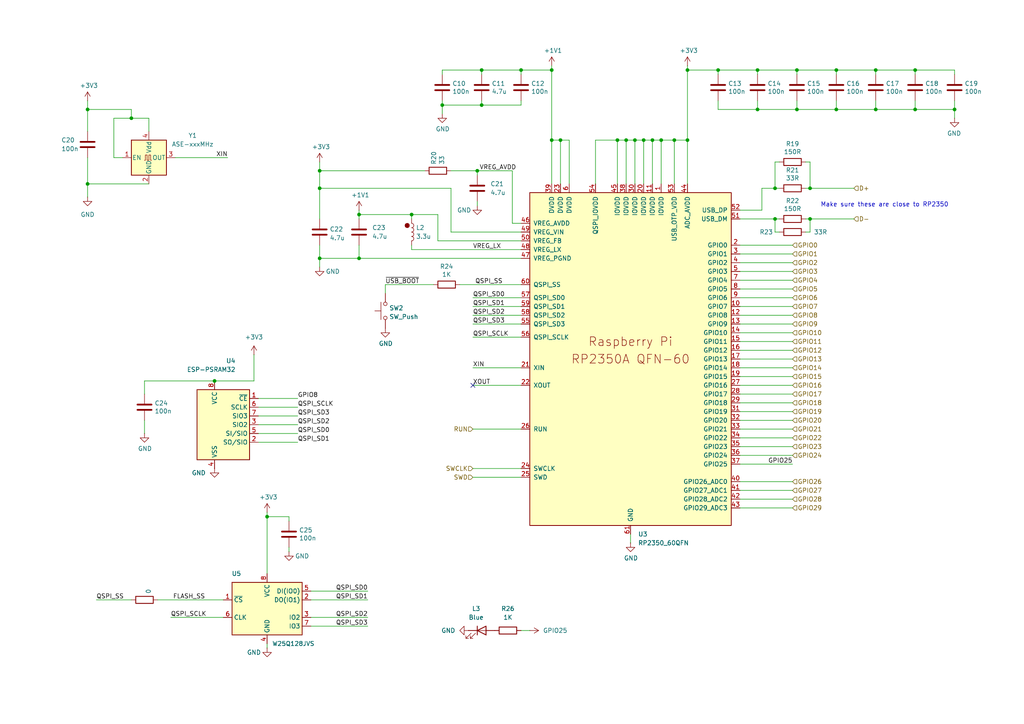
<source format=kicad_sch>
(kicad_sch (version 20250114) (generator "eeschema") (generator_version "9.0")
  (paper "A4")
  (title_block (title "MiniFRANK RM2") (date "2025-03-04") (rev "1.04") (company "Mikhail Matveev") (comment 1 "https://github.com/xtremespb/frank"))
  (lib_symbols
    (symbol "+1V1_1" (power) (pin_numbers (hide yes)) (pin_names (offset 0) (hide yes))
      (property "Value" "+1V1" (at 0 3.556 0))
      (symbol "+1V1_1_0_1"
        (polyline (pts (xy -0.762 1.27) (xy 0 2.54)))
        (polyline (pts (xy 0 2.54) (xy 0.762 1.27)))
        (polyline (pts (xy 0 0) (xy 0 2.54)))
      )
      (symbol "+1V1_1_1_1"
        (pin power_in line (at 0 0 90) (length 0) (name "~") (number "1"))
      )
    )
    (symbol "+3V3_1" (power) (pin_numbers (hide yes)) (pin_names (offset 0) (hide yes))
      (property "Value" "+3V3" (at 0 3.556 0))
      (symbol "+3V3_1_0_1"
        (polyline (pts (xy -0.762 1.27) (xy 0 2.54)))
        (polyline (pts (xy 0 2.54) (xy 0.762 1.27)))
        (polyline (pts (xy 0 0) (xy 0 2.54)))
      )
      (symbol "+3V3_1_1_1"
        (pin power_in line (at 0 0 90) (length 0) (name "~") (number "1"))
      )
    )
    (symbol "+3V3_3" (power) (pin_numbers (hide yes)) (pin_names (offset 0) (hide yes))
      (property "Value" "+3V3" (at 0 3.556 0))
      (symbol "+3V3_3_0_1"
        (polyline (pts (xy -0.762 1.27) (xy 0 2.54)))
        (polyline (pts (xy 0 2.54) (xy 0.762 1.27)))
        (polyline (pts (xy 0 0) (xy 0 2.54)))
      )
      (symbol "+3V3_3_1_1"
        (pin power_in line (at 0 0 90) (length 0) (name "~") (number "1"))
      )
    )
    (symbol "Device:C" (pin_numbers (hide yes)) (pin_names (offset 0.254))
      (property "Reference" "C" (at 0.635 2.54 0))
      (property "Value" "C" (at 0.635 -2.54 0))
      (symbol "C_0_1"
        (polyline (pts (xy -2.032 0.762) (xy 2.032 0.762)) (stroke (width 0.508)))
        (polyline (pts (xy -2.032 -0.762) (xy 2.032 -0.762)) (stroke (width 0.508)))
      )
      (symbol "C_1_1"
        (pin passive line (at 0 3.81 270) (length 2.794) (name "~") (number "1"))
        (pin passive line (at 0 -3.81 90) (length 2.794) (name "~") (number "2"))
      )
    )
    (symbol "Device:L" (pin_numbers (hide yes)) (pin_names (offset 1.016) (hide yes))
      (property "Reference" "L" (at -1.27 0 90))
      (property "Value" "L" (at 1.905 0 90))
      (symbol "L_0_1"
        (arc (start 0 2.54) (mid 0.6323 1.905) (end 0 1.27))
        (arc (start 0 1.27) (mid 0.6323 0.635) (end 0 0))
        (arc (start 0 0) (mid 0.6323 -0.635) (end 0 -1.27))
        (arc (start 0 -1.27) (mid 0.6323 -1.905) (end 0 -2.54))
      )
      (symbol "L_1_1"
        (pin passive line (at 0 3.81 270) (length 1.27) (name "1") (number "1"))
        (pin passive line (at 0 -3.81 90) (length 1.27) (name "2") (number "2"))
      )
    )
    (symbol "Device:LED" (pin_numbers (hide yes)) (pin_names (offset 1.016) (hide yes))
      (property "Reference" "D" (at 0 2.54 0))
      (property "Value" "LED" (at 0 -2.54 0))
      (symbol "LED_0_1"
        (polyline (pts (xy -3.048 -0.762) (xy -4.572 -2.286) (xy -3.81 -2.286) (xy -4.572 -2.286) (xy -4.572 -1.524)))
        (polyline (pts (xy -1.778 -0.762) (xy -3.302 -2.286) (xy -2.54 -2.286) (xy -3.302 -2.286) (xy -3.302 -1.524)))
        (polyline (pts (xy -1.27 0) (xy 1.27 0)))
        (polyline (pts (xy -1.27 -1.27) (xy -1.27 1.27)) (stroke (width 0.254)))
        (polyline (pts (xy 1.27 -1.27) (xy 1.27 1.27) (xy -1.27 0) (xy 1.27 -1.27)) (stroke (width 0.254)))
      )
      (symbol "LED_1_1"
        (pin passive line (at -3.81 0 0) (length 2.54) (name "K") (number "1"))
        (pin passive line (at 3.81 0 180) (length 2.54) (name "A") (number "2"))
      )
    )
    (symbol "Device:R" (pin_numbers (hide yes)) (pin_names (offset 0))
      (property "Reference" "R" (at 2.032 0 90))
      (property "Value" "R" (at 0 0 90))
      (symbol "R_0_1"
        (rectangle (start -1.016 -2.54) (end 1.016 2.54) (stroke (width 0.254)))
      )
      (symbol "R_1_1"
        (pin passive line (at 0 3.81 270) (length 1.27) (name "~") (number "1"))
        (pin passive line (at 0 -3.81 90) (length 1.27) (name "~") (number "2"))
      )
    )
    (symbol "FRANK:ESP-PSRAM32"
      (property "Reference" "PSR1" (at -8.89 1.2701 0))
      (property "Value" "PSRAM" (at -8.89 -1.2699 0))
      (symbol "ESP-PSRAM32_0_1"
        (rectangle (start -7.62 10.16) (end 7.62 -10.16) (stroke (width 0.254)) (fill (type background)))
      )
      (symbol "ESP-PSRAM32_1_1"
        (pin power_in line (at -2.54 12.7 270) (length 2.54) (name "VCC") (number "8"))
        (pin power_in line (at -2.54 -12.7 90) (length 2.54) (name "VSS") (number "4"))
        (pin input line (at 10.16 7.62 180) (length 2.54) (name "~{CE}") (number "1"))
        (pin output line (at 10.16 5.08 180) (length 2.54) (name "SCLK") (number "6"))
        (pin bidirectional line (at 10.16 2.54 180) (length 2.54) (name "SIO3") (number "7"))
        (pin bidirectional line (at 10.16 0 180) (length 2.54) (name "SIO2") (number "3"))
        (pin input line (at 10.16 -2.54 180) (length 2.54) (name "SI/SIO") (number "5"))
        (pin output line (at 10.16 -5.08 180) (length 2.54) (name "SO/SIO") (number "2"))
      )
    )
    (symbol "FRANK:RP2350A" (pin_names (offset 1.016))
      (property "Reference" "U2" (at 2.1941 -50.8 0))
      (property "Value" "RP2350A" (at 2.1941 -53.34 0))
      (symbol "RP2350A_0_0"
        (text "Raspberry Pi" (at 0 5.08 0) (effects (font (size 2.54 2.54))))
      )
      (symbol "RP2350A_0_1"
        (rectangle (start 29.21 48.26) (end -29.21 -48.26) (stroke (width 0.254)) (fill (type background)))
      )
      (symbol "RP2350A_1_0"
        (text "RP2350A QFN-60" (at 0 0 0) (effects (font (size 2.54 2.54))))
      )
      (symbol "RP2350A_1_1"
        (pin power_in line (at -31.75 39.37 0) (length 2.54) (name "VREG_AVDD") (number "46"))
        (pin power_in line (at -31.75 36.83 0) (length 2.54) (name "VREG_VIN") (number "49"))
        (pin input line (at -31.75 34.29 0) (length 2.54) (name "VREG_FB") (number "50"))
        (pin power_out line (at -31.75 31.75 0) (length 2.54) (name "VREG_LX") (number "48"))
        (pin power_in line (at -31.75 29.21 0) (length 2.54) (name "VREG_PGND") (number "47"))
        (pin bidirectional line (at -31.75 21.59 0) (length 2.54) (name "QSPI_SS") (number "60"))
        (pin bidirectional line (at -31.75 17.78 0) (length 2.54) (name "QSPI_SD0") (number "57"))
        (pin bidirectional line (at -31.75 15.24 0) (length 2.54) (name "QSPI_SD1") (number "59"))
        (pin bidirectional line (at -31.75 12.7 0) (length 2.54) (name "QSPI_SD2") (number "58"))
        (pin bidirectional line (at -31.75 10.16 0) (length 2.54) (name "QSPI_SD3") (number "55"))
        (pin output line (at -31.75 6.35 0) (length 2.54) (name "QSPI_SCLK") (number "56"))
        (pin input line (at -31.75 -2.54 0) (length 2.54) (name "XIN") (number "21"))
        (pin passive line (at -31.75 -7.62 0) (length 2.54) (name "XOUT") (number "22"))
        (pin input line (at -31.75 -20.32 0) (length 2.54) (name "RUN") (number "26"))
        (pin output line (at -31.75 -31.75 0) (length 2.54) (name "SWCLK") (number "24"))
        (pin bidirectional line (at -31.75 -34.29 0) (length 2.54) (name "SWD") (number "25"))
        (pin power_in line (at -22.86 50.8 270) (length 2.54) (name "DVDD") (number "39"))
        (pin power_in line (at -20.32 50.8 270) (length 2.54) (name "DVDD") (number "23"))
        (pin power_in line (at -17.78 50.8 270) (length 2.54) (name "DVDD") (number "6"))
        (pin power_in line (at -10.16 50.8 270) (length 2.54) (name "QSPI_IOVDD") (number "54"))
        (pin power_in line (at -3.81 50.8 270) (length 2.54) (name "IOVDD") (number "45"))
        (pin power_in line (at -1.27 50.8 270) (length 2.54) (name "IOVDD") (number "38"))
        (pin power_in line (at 0 -50.8 90) (length 2.54) (name "GND") (number "61"))
        (pin power_in line (at 1.27 50.8 270) (length 2.54) (name "IOVDD") (number "30"))
        (pin power_in line (at 3.81 50.8 270) (length 2.54) (name "IOVDD") (number "20"))
        (pin power_in line (at 6.35 50.8 270) (length 2.54) (name "IOVDD") (number "11"))
        (pin power_in line (at 8.89 50.8 270) (length 2.54) (name "IOVDD") (number "1"))
        (pin power_in line (at 12.7 50.8 270) (length 2.54) (name "USB_OTP_VDD") (number "53"))
        (pin power_in line (at 16.51 50.8 270) (length 2.54) (name "ADC_AVDD") (number "44"))
        (pin bidirectional line (at 31.75 43.18 180) (length 2.54) (name "USB_DP") (number "52"))
        (pin bidirectional line (at 31.75 40.64 180) (length 2.54) (name "USB_DM") (number "51"))
        (pin bidirectional line (at 31.75 33.02 180) (length 2.54) (name "GPIO0") (number "2"))
        (pin bidirectional line (at 31.75 30.48 180) (length 2.54) (name "GPIO1") (number "3"))
        (pin bidirectional line (at 31.75 27.94 180) (length 2.54) (name "GPIO2") (number "4"))
        (pin bidirectional line (at 31.75 25.4 180) (length 2.54) (name "GPIO3") (number "5"))
        (pin bidirectional line (at 31.75 22.86 180) (length 2.54) (name "GPIO4") (number "7"))
        (pin bidirectional line (at 31.75 20.32 180) (length 2.54) (name "GPIO5") (number "8"))
        (pin bidirectional line (at 31.75 17.78 180) (length 2.54) (name "GPIO6") (number "9"))
        (pin bidirectional line (at 31.75 15.24 180) (length 2.54) (name "GPIO7") (number "10"))
        (pin bidirectional line (at 31.75 12.7 180) (length 2.54) (name "GPIO8") (number "12"))
        (pin bidirectional line (at 31.75 10.16 180) (length 2.54) (name "GPIO9") (number "13"))
        (pin bidirectional line (at 31.75 7.62 180) (length 2.54) (name "GPIO10") (number "14"))
        (pin bidirectional line (at 31.75 5.08 180) (length 2.54) (name "GPIO11") (number "15"))
        (pin bidirectional line (at 31.75 2.54 180) (length 2.54) (name "GPIO12") (number "16"))
        (pin bidirectional line (at 31.75 0 180) (length 2.54) (name "GPIO13") (number "17"))
        (pin bidirectional line (at 31.75 -2.54 180) (length 2.54) (name "GPIO14") (number "18"))
        (pin bidirectional line (at 31.75 -5.08 180) (length 2.54) (name "GPIO15") (number "19"))
        (pin bidirectional line (at 31.75 -7.62 180) (length 2.54) (name "GPIO16") (number "27"))
        (pin bidirectional line (at 31.75 -10.16 180) (length 2.54) (name "GPIO17") (number "28"))
        (pin bidirectional line (at 31.75 -12.7 180) (length 2.54) (name "GPIO18") (number "29"))
        (pin bidirectional line (at 31.75 -15.24 180) (length 2.54) (name "GPIO19") (number "31"))
        (pin bidirectional line (at 31.75 -17.78 180) (length 2.54) (name "GPIO20") (number "32"))
        (pin bidirectional line (at 31.75 -20.32 180) (length 2.54) (name "GPIO21") (number "33"))
        (pin bidirectional line (at 31.75 -22.86 180) (length 2.54) (name "GPIO22") (number "34"))
        (pin bidirectional line (at 31.75 -25.4 180) (length 2.54) (name "GPIO23") (number "35"))
        (pin bidirectional line (at 31.75 -27.94 180) (length 2.54) (name "GPIO24") (number "36"))
        (pin bidirectional line (at 31.75 -30.48 180) (length 2.54) (name "GPIO25") (number "37"))
        (pin bidirectional line (at 31.75 -35.56 180) (length 2.54) (name "GPIO26_ADC0") (number "40"))
        (pin bidirectional line (at 31.75 -38.1 180) (length 2.54) (name "GPIO27_ADC1") (number "41"))
        (pin bidirectional line (at 31.75 -40.64 180) (length 2.54) (name "GPIO28_ADC2") (number "42"))
        (pin bidirectional line (at 31.75 -43.18 180) (length 2.54) (name "GPIO29_ADC3") (number "43"))
      )
    )
    (symbol "FRANK:W25Q128JVS"
      (property "Reference" "U3" (at -8.89 10.16 0))
      (property "Value" "W25Q128JVSQ" (at 7.62 -10.16 0))
      (symbol "W25Q128JVS_0_1"
        (rectangle (start -10.16 7.62) (end 10.16 -7.62) (stroke (width 0.254)) (fill (type background)))
      )
      (symbol "W25Q128JVS_1_1"
        (pin input line (at -12.7 2.54 0) (length 2.54) (name "~{CS}") (number "1"))
        (pin input line (at -12.7 -2.54 0) (length 2.54) (name "CLK") (number "6"))
        (pin power_in line (at 0 10.16 270) (length 2.54) (name "VCC") (number "8"))
        (pin power_in line (at 0 -10.16 90) (length 2.54) (name "GND") (number "4"))
        (pin bidirectional line (at 12.7 5.08 180) (length 2.54) (name "DI(IO0)") (number "5"))
        (pin bidirectional line (at 12.7 2.54 180) (length 2.54) (name "DO(IO1)") (number "2"))
        (pin bidirectional line (at 12.7 -2.54 180) (length 2.54) (name "IO2") (number "3"))
        (pin bidirectional line (at 12.7 -5.08 180) (length 2.54) (name "IO3") (number "7"))
      )
    )
    (symbol "GND_1" (power) (pin_numbers (hide yes)) (pin_names (offset 0) (hide yes))
      (property "Value" "GND" (at 0 -3.81 0))
      (symbol "GND_1_0_1"
        (polyline (pts (xy 0 0) (xy 0 -1.27) (xy 1.27 -1.27) (xy 0 -2.54) (xy -1.27 -1.27) (xy 0 -1.27)))
      )
      (symbol "GND_1_1_1"
        (pin power_in line (at 0 0 270) (length 0) (name "~") (number "1"))
      )
    )
    (symbol "GND_2" (power) (pin_numbers (hide yes)) (pin_names (offset 0) (hide yes))
      (property "Value" "GND" (at 0 -3.81 0))
      (symbol "GND_2_0_1"
        (polyline (pts (xy 0 0) (xy 0 -1.27) (xy 1.27 -1.27) (xy 0 -2.54) (xy -1.27 -1.27) (xy 0 -1.27)))
      )
      (symbol "GND_2_1_1"
        (pin power_in line (at 0 0 270) (length 0) (name "~") (number "1"))
      )
    )
    (symbol "GND_6" (power) (pin_numbers (hide yes)) (pin_names (offset 0) (hide yes))
      (property "Value" "GND" (at 0 -3.81 0))
      (symbol "GND_6_0_1"
        (polyline (pts (xy 0 0) (xy 0 -1.27) (xy 1.27 -1.27) (xy 0 -2.54) (xy -1.27 -1.27) (xy 0 -1.27)))
      )
      (symbol "GND_6_1_1"
        (pin power_in line (at 0 0 270) (length 0) (name "~") (number "1"))
      )
    )
    (symbol "Oscillator:ASE-xxxMHz" (pin_names (offset 0.254))
      (property "Reference" "Y" (at -5.08 6.35 0))
      (property "Value" "ASE-xxxMHz" (at 1.27 -6.35 0))
      (symbol "ASE-xxxMHz_0_1"
        (rectangle (start -5.08 5.08) (end 5.08 -5.08) (stroke (width 0.254)) (fill (type background)))
        (polyline (pts (xy -1.27 -0.762) (xy -1.016 -0.762) (xy -1.016 0.762) (xy -0.508 0.762) (xy -0.508 -0.762) (xy 0 -0.762) (xy 0 0.762) (xy 0.508 0.762) (xy 0.508 -0.762) (xy 0.762 -0.762)))
      )
      (symbol "ASE-xxxMHz_1_1"
        (pin input line (at -7.62 0 0) (length 2.54) (name "EN") (number "1"))
        (pin power_in line (at 0 7.62 270) (length 2.54) (name "Vdd") (number "4"))
        (pin power_in line (at 0 -7.62 90) (length 2.54) (name "GND") (number "2"))
        (pin output line (at 7.62 0 180) (length 2.54) (name "OUT") (number "3"))
      )
    )
    (symbol "Switch:SW_Push" (pin_numbers (hide yes)) (pin_names (offset 1.016) (hide yes))
      (property "Reference" "SW" (at 1.27 2.54 0))
      (property "Value" "SW_Push" (at 0 -1.524 0))
      (symbol "SW_Push_0_1"
        (circle (center -2.032 0) (radius 0.508))
        (polyline (pts (xy 0 1.27) (xy 0 3.048)))
        (circle (center 2.032 0) (radius 0.508))
        (polyline (pts (xy 2.54 1.27) (xy -2.54 1.27)))
        (pin passive line (at -5.08 0 0) (length 2.54) (name "1") (number "1"))
        (pin passive line (at 5.08 0 180) (length 2.54) (name "2") (number "2"))
      )
    )
    (symbol "power:+1V1" (power) (pin_numbers (hide yes)) (pin_names (offset 0) (hide yes))
      (property "Value" "+1V1" (at 0 3.556 0))
      (symbol "+1V1_0_1"
        (polyline (pts (xy -0.762 1.27) (xy 0 2.54)))
        (polyline (pts (xy 0 2.54) (xy 0.762 1.27)))
        (polyline (pts (xy 0 0) (xy 0 2.54)))
      )
      (symbol "+1V1_1_1"
        (pin power_in line (at 0 0 90) (length 0) (name "~") (number "1"))
      )
    )
    (symbol "power:+3V3" (power) (pin_numbers (hide yes)) (pin_names (offset 0) (hide yes))
      (property "Value" "+3V3" (at 0 3.556 0))
      (symbol "+3V3_0_1"
        (polyline (pts (xy -0.762 1.27) (xy 0 2.54)))
        (polyline (pts (xy 0 2.54) (xy 0.762 1.27)))
        (polyline (pts (xy 0 0) (xy 0 2.54)))
      )
      (symbol "+3V3_1_1"
        (pin power_in line (at 0 0 90) (length 0) (name "~") (number "1"))
      )
    )
    (symbol "power:GND" (power) (pin_numbers (hide yes)) (pin_names (offset 0) (hide yes))
      (property "Value" "GND" (at 0 -3.81 0))
      (symbol "GND_0_1"
        (polyline (pts (xy 0 0) (xy 0 -1.27) (xy 1.27 -1.27) (xy 0 -2.54) (xy -1.27 -1.27) (xy 0 -1.27)))
      )
      (symbol "GND_1_1"
        (pin power_in line (at 0 0 270) (length 0) (name "~") (number "1"))
      )
    )
  )
  (circle (center 118.11 65.405) (radius 0.635) (stroke (width 0) (color 132 0 0 1)) (fill (type color) (color 132 0 0 1)))
  (text "Make sure these are close to RP2350\n" (at 237.998 60.198 0) (effects (font (size 1.27 1.27)) (justify left bottom)))
  (junction (at 92.71 54.61))
  (junction (at 195.58 40.64))
  (junction (at 199.39 20.32))
  (junction (at 242.57 31.75))
  (junction (at 234.95 63.5))
  (junction (at 208.28 20.32))
  (junction (at 186.69 40.64))
  (junction (at 219.71 31.75))
  (junction (at 151.13 20.32))
  (junction (at 104.14 62.23))
  (junction (at 160.02 40.64))
  (junction (at 181.61 40.64))
  (junction (at 242.57 20.32))
  (junction (at 62.23 110.49))
  (junction (at 139.7 20.32))
  (junction (at 77.47 149.86))
  (junction (at 231.14 31.75))
  (junction (at 254 31.75))
  (junction (at 199.39 40.64))
  (junction (at 92.71 74.93))
  (junction (at 189.23 40.64))
  (junction (at 184.15 40.64))
  (junction (at 139.7 30.48))
  (junction (at 179.07 40.64))
  (junction (at 265.43 31.75))
  (junction (at 104.14 74.93))
  (junction (at 224.79 54.61))
  (junction (at 128.27 30.48))
  (junction (at 119.38 62.23))
  (junction (at 138.43 49.53))
  (junction (at 160.02 20.32))
  (junction (at 265.43 20.32))
  (junction (at 231.14 20.32))
  (junction (at 25.4 53.34))
  (junction (at 224.79 63.5))
  (junction (at 254 20.32))
  (junction (at 191.77 40.64))
  (junction (at 219.71 20.32))
  (junction (at 162.56 40.64))
  (junction (at 92.71 49.53))
  (junction (at 276.86 31.75))
  (junction (at 234.95 54.61))
  (junction (at 38.1 34.29))
  (junction (at 25.4 31.75))
  (no_connect (at 137.16 111.76))
  (wire (pts (xy 214.63 121.92) (xy 229.87 121.92)))
  (wire (pts (xy 214.63 93.98) (xy 229.87 93.98)))
  (wire (pts (xy 111.76 82.55) (xy 111.76 85.09)))
  (wire (pts (xy 233.68 54.61) (xy 234.95 54.61)))
  (wire (pts (xy 214.63 111.76) (xy 229.87 111.76)))
  (wire (pts (xy 214.63 129.54) (xy 229.87 129.54)))
  (wire (pts (xy 214.63 99.06) (xy 229.87 99.06)))
  (wire (pts (xy 214.63 104.14) (xy 229.87 104.14)))
  (wire (pts (xy 127 62.23) (xy 119.38 62.23)))
  (wire (pts (xy 138.43 59.69) (xy 138.43 58.42)))
  (wire (pts (xy 83.82 149.86) (xy 77.47 149.86)))
  (wire (pts (xy 77.47 148.59) (xy 77.47 149.86)))
  (wire (pts (xy 265.43 31.75) (xy 276.86 31.75)))
  (wire (pts (xy 83.82 151.13) (xy 83.82 149.86)))
  (wire (pts (xy 137.16 106.68) (xy 151.13 106.68)))
  (wire (pts (xy 231.14 21.59) (xy 231.14 20.32)))
  (wire (pts (xy 184.15 40.64) (xy 186.69 40.64)))
  (wire (pts (xy 92.71 49.53) (xy 123.19 49.53)))
  (wire (pts (xy 74.93 123.19) (xy 86.36 123.19)))
  (wire (pts (xy 90.17 173.99) (xy 106.68 173.99)))
  (wire (pts (xy 92.71 74.93) (xy 92.71 77.47)))
  (wire (pts (xy 83.82 158.75) (xy 83.82 160.02)))
  (wire (pts (xy 214.63 71.12) (xy 229.87 71.12)))
  (wire (pts (xy 138.43 49.53) (xy 148.59 49.53)))
  (wire (pts (xy 181.61 53.34) (xy 181.61 40.64)))
  (wire (pts (xy 151.13 30.48) (xy 151.13 29.21)))
  (wire (pts (xy 208.28 29.21) (xy 208.28 31.75)))
  (wire (pts (xy 276.86 29.21) (xy 276.86 31.75)))
  (wire (pts (xy 137.16 93.98) (xy 151.13 93.98)))
  (wire (pts (xy 128.27 20.32) (xy 139.7 20.32)))
  (wire (pts (xy 214.63 76.2) (xy 229.87 76.2)))
  (wire (pts (xy 77.47 186.69) (xy 77.47 187.96)))
  (wire (pts (xy 234.95 63.5) (xy 247.65 63.5)))
  (wire (pts (xy 139.7 20.32) (xy 151.13 20.32)))
  (wire (pts (xy 162.56 53.34) (xy 162.56 40.64)))
  (wire (pts (xy 242.57 31.75) (xy 231.14 31.75)))
  (wire (pts (xy 104.14 62.23) (xy 119.38 62.23)))
  (wire (pts (xy 73.66 102.87) (xy 73.66 110.49)))
  (wire (pts (xy 214.63 139.7) (xy 229.87 139.7)))
  (wire (pts (xy 208.28 21.59) (xy 208.28 20.32)))
  (wire (pts (xy 119.38 72.39) (xy 119.38 71.12)))
  (wire (pts (xy 162.56 40.64) (xy 160.02 40.64)))
  (wire (pts (xy 220.98 54.61) (xy 220.98 60.96)))
  (wire (pts (xy 214.63 91.44) (xy 229.87 91.44)))
  (wire (pts (xy 214.63 96.52) (xy 229.87 96.52)))
  (wire (pts (xy 224.79 63.5) (xy 224.79 67.31)))
  (wire (pts (xy 172.72 53.34) (xy 172.72 40.64)))
  (wire (pts (xy 90.17 181.61) (xy 106.68 181.61)))
  (wire (pts (xy 195.58 40.64) (xy 199.39 40.64)))
  (wire (pts (xy 104.14 63.5) (xy 104.14 62.23)))
  (wire (pts (xy 74.93 128.27) (xy 86.36 128.27)))
  (wire (pts (xy 214.63 147.32) (xy 229.87 147.32)))
  (wire (pts (xy 254 21.59) (xy 254 20.32)))
  (wire (pts (xy 151.13 21.59) (xy 151.13 20.32)))
  (wire (pts (xy 165.1 40.64) (xy 165.1 53.34)))
  (wire (pts (xy 160.02 20.32) (xy 160.02 40.64)))
  (wire (pts (xy 138.43 49.53) (xy 138.43 50.8)))
  (wire (pts (xy 92.71 54.61) (xy 130.81 54.61)))
  (wire (pts (xy 33.02 45.72) (xy 33.02 34.29)))
  (wire (pts (xy 90.17 179.07) (xy 106.68 179.07)))
  (wire (pts (xy 74.93 115.57) (xy 86.36 115.57)))
  (wire (pts (xy 276.86 21.59) (xy 276.86 20.32)))
  (wire (pts (xy 137.16 88.9) (xy 151.13 88.9)))
  (wire (pts (xy 25.4 53.34) (xy 43.18 53.34)))
  (wire (pts (xy 233.68 63.5) (xy 234.95 63.5)))
  (wire (pts (xy 199.39 20.32) (xy 208.28 20.32)))
  (wire (pts (xy 151.13 135.89) (xy 137.16 135.89)))
  (wire (pts (xy 214.63 127) (xy 229.87 127)))
  (wire (pts (xy 214.63 101.6) (xy 229.87 101.6)))
  (wire (pts (xy 242.57 20.32) (xy 254 20.32)))
  (wire (pts (xy 189.23 40.64) (xy 191.77 40.64)))
  (wire (pts (xy 92.71 54.61) (xy 92.71 63.5)))
  (wire (pts (xy 35.56 45.72) (xy 33.02 45.72)))
  (wire (pts (xy 219.71 21.59) (xy 219.71 20.32)))
  (wire (pts (xy 214.63 81.28) (xy 229.87 81.28)))
  (wire (pts (xy 226.06 67.31) (xy 224.79 67.31)))
  (wire (pts (xy 151.13 82.55) (xy 133.35 82.55)))
  (wire (pts (xy 181.61 40.64) (xy 184.15 40.64)))
  (wire (pts (xy 151.13 97.79) (xy 137.16 97.79)))
  (wire (pts (xy 49.53 179.07) (xy 64.77 179.07)))
  (wire (pts (xy 276.86 31.75) (xy 276.86 34.29)))
  (wire (pts (xy 130.81 54.61) (xy 130.81 67.31)))
  (wire (pts (xy 189.23 53.34) (xy 189.23 40.64)))
  (wire (pts (xy 41.91 110.49) (xy 41.91 114.3)))
  (wire (pts (xy 265.43 20.32) (xy 276.86 20.32)))
  (wire (pts (xy 233.68 67.31) (xy 234.95 67.31)))
  (wire (pts (xy 160.02 19.05) (xy 160.02 20.32)))
  (wire (pts (xy 151.13 182.88) (xy 153.67 182.88)))
  (wire (pts (xy 234.95 63.5) (xy 234.95 67.31)))
  (wire (pts (xy 186.69 40.64) (xy 189.23 40.64)))
  (wire (pts (xy 254 20.32) (xy 265.43 20.32)))
  (wire (pts (xy 73.66 110.49) (xy 62.23 110.49)))
  (wire (pts (xy 151.13 111.76) (xy 137.16 111.76)))
  (wire (pts (xy 199.39 40.64) (xy 199.39 53.34)))
  (wire (pts (xy 214.63 134.62) (xy 229.87 134.62)))
  (wire (pts (xy 254 29.21) (xy 254 31.75)))
  (wire (pts (xy 45.72 173.99) (xy 64.77 173.99)))
  (wire (pts (xy 214.63 144.78) (xy 229.87 144.78)))
  (wire (pts (xy 186.69 53.34) (xy 186.69 40.64)))
  (wire (pts (xy 214.63 109.22) (xy 229.87 109.22)))
  (wire (pts (xy 265.43 29.21) (xy 265.43 31.75)))
  (wire (pts (xy 160.02 40.64) (xy 160.02 53.34)))
  (wire (pts (xy 162.56 40.64) (xy 165.1 40.64)))
  (wire (pts (xy 214.63 132.08) (xy 229.87 132.08)))
  (wire (pts (xy 195.58 53.34) (xy 195.58 40.64)))
  (wire (pts (xy 219.71 20.32) (xy 231.14 20.32)))
  (wire (pts (xy 92.71 71.12) (xy 92.71 74.93)))
  (wire (pts (xy 130.81 67.31) (xy 151.13 67.31)))
  (wire (pts (xy 127 69.85) (xy 127 62.23)))
  (wire (pts (xy 104.14 74.93) (xy 151.13 74.93)))
  (wire (pts (xy 265.43 21.59) (xy 265.43 20.32)))
  (wire (pts (xy 231.14 20.32) (xy 242.57 20.32)))
  (wire (pts (xy 92.71 49.53) (xy 92.71 54.61)))
  (wire (pts (xy 179.07 53.34) (xy 179.07 40.64)))
  (wire (pts (xy 128.27 30.48) (xy 128.27 33.02)))
  (wire (pts (xy 214.63 63.5) (xy 224.79 63.5)))
  (wire (pts (xy 182.88 154.94) (xy 182.88 157.48)))
  (wire (pts (xy 219.71 29.21) (xy 219.71 31.75)))
  (wire (pts (xy 119.38 62.23) (xy 119.38 63.5)))
  (wire (pts (xy 234.95 54.61) (xy 247.65 54.61)))
  (wire (pts (xy 139.7 30.48) (xy 151.13 30.48)))
  (wire (pts (xy 125.73 82.55) (xy 111.76 82.55)))
  (wire (pts (xy 224.79 63.5) (xy 226.06 63.5)))
  (wire (pts (xy 151.13 20.32) (xy 160.02 20.32)))
  (wire (pts (xy 199.39 19.05) (xy 199.39 20.32)))
  (wire (pts (xy 199.39 20.32) (xy 199.39 40.64)))
  (wire (pts (xy 151.13 124.46) (xy 137.16 124.46)))
  (wire (pts (xy 214.63 114.3) (xy 229.87 114.3)))
  (wire (pts (xy 90.17 171.45) (xy 106.68 171.45)))
  (wire (pts (xy 214.63 86.36) (xy 229.87 86.36)))
  (wire (pts (xy 148.59 49.53) (xy 148.59 64.77)))
  (wire (pts (xy 242.57 29.21) (xy 242.57 31.75)))
  (wire (pts (xy 214.63 106.68) (xy 229.87 106.68)))
  (wire (pts (xy 25.4 29.21) (xy 25.4 31.75)))
  (wire (pts (xy 27.94 173.99) (xy 38.1 173.99)))
  (wire (pts (xy 214.63 142.24) (xy 229.87 142.24)))
  (wire (pts (xy 77.47 149.86) (xy 77.47 166.37)))
  (wire (pts (xy 214.63 88.9) (xy 229.87 88.9)))
  (wire (pts (xy 104.14 71.12) (xy 104.14 74.93)))
  (wire (pts (xy 74.93 118.11) (xy 86.36 118.11)))
  (wire (pts (xy 208.28 20.32) (xy 219.71 20.32)))
  (wire (pts (xy 128.27 29.21) (xy 128.27 30.48)))
  (wire (pts (xy 224.79 54.61) (xy 224.79 46.99)))
  (wire (pts (xy 25.4 31.75) (xy 25.4 38.1)))
  (wire (pts (xy 214.63 60.96) (xy 220.98 60.96)))
  (wire (pts (xy 25.4 31.75) (xy 38.1 31.75)))
  (wire (pts (xy 139.7 21.59) (xy 139.7 20.32)))
  (wire (pts (xy 43.18 34.29) (xy 43.18 38.1)))
  (wire (pts (xy 151.13 138.43) (xy 137.16 138.43)))
  (wire (pts (xy 25.4 57.15) (xy 25.4 53.34)))
  (wire (pts (xy 184.15 53.34) (xy 184.15 40.64)))
  (wire (pts (xy 128.27 30.48) (xy 139.7 30.48)))
  (wire (pts (xy 233.68 46.99) (xy 234.95 46.99)))
  (wire (pts (xy 234.95 46.99) (xy 234.95 54.61)))
  (wire (pts (xy 224.79 54.61) (xy 226.06 54.61)))
  (wire (pts (xy 128.27 21.59) (xy 128.27 20.32)))
  (wire (pts (xy 137.16 86.36) (xy 151.13 86.36)))
  (wire (pts (xy 41.91 121.92) (xy 41.91 125.73)))
  (wire (pts (xy 179.07 40.64) (xy 181.61 40.64)))
  (wire (pts (xy 38.1 31.75) (xy 38.1 34.29)))
  (wire (pts (xy 214.63 73.66) (xy 229.87 73.66)))
  (wire (pts (xy 224.79 46.99) (xy 226.06 46.99)))
  (wire (pts (xy 104.14 60.96) (xy 104.14 62.23)))
  (wire (pts (xy 214.63 116.84) (xy 229.87 116.84)))
  (wire (pts (xy 74.93 125.73) (xy 86.36 125.73)))
  (wire (pts (xy 151.13 69.85) (xy 127 69.85)))
  (wire (pts (xy 119.38 72.39) (xy 151.13 72.39)))
  (wire (pts (xy 191.77 40.64) (xy 191.77 53.34)))
  (wire (pts (xy 231.14 29.21) (xy 231.14 31.75)))
  (wire (pts (xy 214.63 124.46) (xy 229.87 124.46)))
  (wire (pts (xy 92.71 46.99) (xy 92.71 49.53)))
  (wire (pts (xy 219.71 31.75) (xy 208.28 31.75)))
  (wire (pts (xy 25.4 45.72) (xy 25.4 53.34)))
  (wire (pts (xy 265.43 31.75) (xy 254 31.75)))
  (wire (pts (xy 172.72 40.64) (xy 179.07 40.64)))
  (wire (pts (xy 214.63 119.38) (xy 229.87 119.38)))
  (wire (pts (xy 191.77 40.64) (xy 195.58 40.64)))
  (wire (pts (xy 137.16 91.44) (xy 151.13 91.44)))
  (wire (pts (xy 50.8 45.72) (xy 66.04 45.72)))
  (wire (pts (xy 38.1 34.29) (xy 43.18 34.29)))
  (wire (pts (xy 231.14 31.75) (xy 219.71 31.75)))
  (wire (pts (xy 33.02 34.29) (xy 38.1 34.29)))
  (wire (pts (xy 254 31.75) (xy 242.57 31.75)))
  (wire (pts (xy 139.7 29.21) (xy 139.7 30.48)))
  (wire (pts (xy 242.57 21.59) (xy 242.57 20.32)))
  (wire (pts (xy 92.71 74.93) (xy 104.14 74.93)))
  (wire (pts (xy 214.63 83.82) (xy 229.87 83.82)))
  (wire (pts (xy 220.98 54.61) (xy 224.79 54.61)))
  (wire (pts (xy 148.59 64.77) (xy 151.13 64.77)))
  (wire (pts (xy 74.93 120.65) (xy 86.36 120.65)))
  (wire (pts (xy 41.91 110.49) (xy 62.23 110.49)))
  (wire (pts (xy 130.81 49.53) (xy 138.43 49.53)))
  (wire (pts (xy 214.63 78.74) (xy 229.87 78.74)))
  (label "QSPI_SD2" (at 137.16 91.44 0))
  (label "VREG_AVDD" (at 139.065 49.53 0))
  (label "XOUT" (at 137.16 111.76 0))
  (label "QSPI_SS" (at 27.94 173.99 0))
  (label "QSPI_SD3" (at 137.16 93.98 0))
  (label "QSPI_SD2" (at 106.68 179.07 180))
  (label "QSPI_SS" (at 137.795 82.55 0))
  (label "QSPI_SD0" (at 86.36 125.73 0))
  (label "QSPI_SD3" (at 86.36 120.65 0))
  (label "~{USB_BOOT}" (at 111.76 82.55 0))
  (label "QSPI_SCLK" (at 49.53 179.07 0))
  (label "QSPI_SD1" (at 106.68 173.99 180))
  (label "QSPI_SD2" (at 86.36 123.19 0))
  (label "XIN" (at 137.16 106.68 0))
  (label "GPIO25" (at 229.87 134.62 180))
  (label "QSPI_SD0" (at 106.68 171.45 180))
  (label "GPIO8" (at 86.36 115.57 0))
  (label "XIN" (at 66.04 45.72 180))
  (label "QSPI_SCLK" (at 137.16 97.79 0))
  (label "QSPI_SD1" (at 86.36 128.27 0))
  (label "QSPI_SD3" (at 106.68 181.61 180))
  (label "QSPI_SD0" (at 137.16 86.36 0))
  (label "FLASH_SS" (at 50.165 173.99 0))
  (label "QSPI_SD1" (at 137.16 88.9 0))
  (label "VREG_LX" (at 137.16 72.39 0))
  (label "QSPI_SCLK" (at 86.36 118.11 0))
  (hierarchical_label "GPIO26" (shape input) (at 229.87 139.7 0))
  (hierarchical_label "RUN" (shape input) (at 137.16 124.46 180))
  (hierarchical_label "GPIO8" (shape input) (at 229.87 91.44 0))
  (hierarchical_label "GPIO5" (shape input) (at 229.87 83.82 0))
  (hierarchical_label "GPIO19" (shape input) (at 229.87 119.38 0))
  (hierarchical_label "D+" (shape input) (at 247.65 54.61 0))
  (hierarchical_label "GPIO7" (shape input) (at 229.87 88.9 0))
  (hierarchical_label "GPIO24" (shape input) (at 229.87 132.08 0))
  (hierarchical_label "GPIO1" (shape input) (at 229.87 73.66 0))
  (hierarchical_label "GPIO12" (shape input) (at 229.87 101.6 0))
  (hierarchical_label "D-" (shape input) (at 247.65 63.5 0))
  (hierarchical_label "GPIO21" (shape input) (at 229.87 124.46 0))
  (hierarchical_label "GPIO14" (shape input) (at 229.87 106.68 0))
  (hierarchical_label "SWCLK" (shape input) (at 137.16 135.89 180))
  (hierarchical_label "GPIO17" (shape input) (at 229.87 114.3 0))
  (hierarchical_label "GPIO9" (shape input) (at 229.87 93.98 0))
  (hierarchical_label "GPIO22" (shape input) (at 229.87 127 0))
  (hierarchical_label "GPIO6" (shape input) (at 229.87 86.36 0))
  (hierarchical_label "GPIO2" (shape input) (at 229.87 76.2 0))
  (hierarchical_label "GPIO0" (shape input) (at 229.87 71.12 0))
  (hierarchical_label "GPIO4" (shape input) (at 229.87 81.28 0))
  (hierarchical_label "GPIO27" (shape input) (at 229.87 142.24 0))
  (hierarchical_label "GPIO29" (shape input) (at 229.87 147.32 0))
  (hierarchical_label "GPIO13" (shape input) (at 229.87 104.14 0))
  (hierarchical_label "GPIO15" (shape input) (at 229.87 109.22 0))
  (hierarchical_label "GPIO11" (shape input) (at 229.87 99.06 0))
  (hierarchical_label "GPIO10" (shape input) (at 229.87 96.52 0))
  (hierarchical_label "GPIO23" (shape input) (at 229.87 129.54 0))
  (hierarchical_label "GPIO20" (shape input) (at 229.87 121.92 0))
  (hierarchical_label "GPIO3" (shape input) (at 229.87 78.74 0))
  (hierarchical_label "SWD" (shape input) (at 137.16 138.43 180))
  (hierarchical_label "GPIO28" (shape input) (at 229.87 144.78 0))
  (hierarchical_label "GPIO18" (shape input) (at 229.87 116.84 0))
  (hierarchical_label "GPIO16" (shape input) (at 229.87 111.76 0))
  (symbol (lib_id "Device:R") (at 127 49.53 90) (unit 1)
    (property "Reference" "R20" (at 125.8316 47.752 0) (effects (justify left)))
    (property "Value" "33" (at 128.143 47.752 0) (effects (justify left)))
    (property "Footprint" "FRANK:Resistor (0805)" (effects (hide yes)))
  )
  (symbol (lib_id "Device:C") (at 208.28 25.4 0) (unit 1)
    (property "Reference" "C13" (at 211.201 24.2316 0) (effects (justify left)))
    (property "Value" "100n" (at 211.201 26.543 0) (effects (justify left)))
    (property "Footprint" "FRANK:Capacitor (0805)" (effects (hide yes)))
  )
  (symbol (lib_id "Device:C") (at 151.13 25.4 0) (unit 1)
    (property "Reference" "C12" (at 154.051 24.2316 0) (effects (justify left)))
    (property "Value" "100n" (at 154.051 26.543 0) (effects (justify left)))
    (property "Footprint" "FRANK:Capacitor (0805)" (effects (hide yes)))
  )
  (symbol (lib_id "power:+1V1") (at 104.14 60.96 0) (unit 1)
    (property "Reference" "#PWR040" (effects (hide yes)))
    (property "Value" "+1V1" (at 104.521 56.5658 0))
    (property "Description" "Power symbol creates a global label with name \"+1V1\"" (effects (hide yes)))
  )
  (symbol (lib_id "Device:R") (at 229.87 54.61 270) (unit 1)
    (property "Reference" "R21" (at 229.87 49.3522 90))
    (property "Value" "33R" (at 229.87 51.6636 90))
    (property "Footprint" "FRANK:Resistor (0805)" (effects (hide yes)))
  )
  (symbol (lib_id "Device:C") (at 231.14 25.4 0) (unit 1)
    (property "Reference" "C15" (at 234.061 24.2316 0) (effects (justify left)))
    (property "Value" "100n" (at 234.061 26.543 0) (effects (justify left)))
    (property "Footprint" "FRANK:Capacitor (0805)" (effects (hide yes)))
  )
  (symbol (lib_id "power:GND") (at 128.27 33.02 0) (unit 1)
    (property "Reference" "#PWR035" (effects (hide yes)))
    (property "Value" "GND" (at 128.397 37.4142 0))
  )
  (symbol (lib_id "Device:C") (at 265.43 25.4 0) (unit 1)
    (property "Reference" "C18" (at 268.351 24.2316 0) (effects (justify left)))
    (property "Value" "100n" (at 268.351 26.543 0) (effects (justify left)))
    (property "Footprint" "FRANK:Capacitor (0805)" (effects (hide yes)))
  )
  (symbol (lib_id "FRANK:ESP-PSRAM32") (at 64.77 123.19 0) (unit 1)
    (property "Reference" "U4" (at 68.326 104.648 0) (effects (justify right)))
    (property "Value" "ESP-PSRAM32" (at 68.326 107.188 0) (effects (justify right)))
    (property "Footprint" "FRANK:SO-8" (effects (hide yes)))
    (property "Datasheet" "https://www.espressif.com/sites/default/files/documentation/esp-psram32_datasheet_en.pdf" (effects (hide yes)))
    (property "AliExpress" "https://www.aliexpress.com/item/1005006440914173.html" (effects (hide yes)))
  )
  (symbol (lib_name "GND_1") (lib_id "power:GND") (at 41.91 125.73 0) (unit 1)
    (property "Reference" "#PWR044" (effects (hide yes)))
    (property "Value" "GND" (at 42.037 130.1242 0))
    (property "Description" "Power symbol creates a global label with name \"GND\" , ground" (effects (hide yes)))
  )
  (symbol (lib_id "power:GND") (at 276.86 34.29 0) (mirror y) (unit 1)
    (property "Reference" "#PWR036" (effects (hide yes)))
    (property "Value" "GND" (at 276.733 38.6842 0))
  )
  (symbol (lib_id "power:GND") (at 111.76 95.25 0) (unit 1)
    (property "Reference" "#PWR042" (effects (hide yes)))
    (property "Value" "GND" (at 111.887 99.6442 0))
  )
  (symbol (lib_id "Device:C") (at 254 25.4 0) (unit 1)
    (property "Reference" "C17" (at 256.921 24.2316 0) (effects (justify left)))
    (property "Value" "100n" (at 256.921 26.543 0) (effects (justify left)))
    (property "Footprint" "FRANK:Capacitor (0805)" (effects (hide yes)))
  )
  (symbol (lib_id "power:GND") (at 182.88 157.48 0) (unit 1)
    (property "Reference" "#PWR047" (effects (hide yes)))
    (property "Value" "GND" (at 183.007 161.8742 0))
  )
  (symbol (lib_id "Device:C") (at 242.57 25.4 0) (unit 1)
    (property "Reference" "C16" (at 245.491 24.2316 0) (effects (justify left)))
    (property "Value" "100n" (at 245.491 26.543 0) (effects (justify left)))
    (property "Footprint" "FRANK:Capacitor (0805)" (effects (hide yes)))
  )
  (symbol (lib_id "Device:R") (at 147.32 182.88 90) (unit 1)
    (property "Reference" "R26" (at 147.32 176.53 90))
    (property "Value" "1K" (at 147.32 179.07 90))
    (property "Footprint" "FRANK:Resistor (0805)" (effects (hide yes)))
    (property "Datasheet" "https://www.vishay.com/docs/28952/mcs0402at-mct0603at-mcu0805at-mca1206at.pdf" (effects (hide yes)))
    (property "Description" "Resistor" (effects (hide yes)))
    (property "AliExpress" "https://www.vishay.com/docs/28952/mcs0402at-mct0603at-mcu0805at-mca1206at.pdf" (effects (hide yes)))
  )
  (symbol (lib_id "power:+3V3") (at 199.39 19.05 0) (unit 1)
    (property "Reference" "#PWR033" (effects (hide yes)))
    (property "Value" "+3V3" (at 199.771 14.6558 0))
  )
  (symbol (lib_id "Device:R") (at 229.87 63.5 270) (unit 1)
    (property "Reference" "R22" (at 229.87 58.2422 90))
    (property "Value" "150R" (at 229.87 60.5536 90))
    (property "Footprint" "FRANK:Resistor (0805)" (effects (hide yes)))
  )
  (symbol (lib_id "power:GND") (at 77.47 187.96 0) (unit 1)
    (property "Reference" "#PWR051" (effects (hide yes)))
    (property "Value" "GND" (at 73.66 189.23 0))
  )
  (symbol (lib_id "power:+3V3") (at 25.4 29.21 0) (unit 1)
    (property "Reference" "#PWR034" (effects (hide yes)))
    (property "Value" "+3V3" (at 25.781 24.8158 0))
  )
  (symbol (lib_name "GND_6") (lib_id "power:GND") (at 62.23 135.89 0) (unit 1)
    (property "Reference" "#PWR045" (effects (hide yes)))
    (property "Value" "GND" (at 59.69 137.16 0) (effects (justify right)))
    (property "Description" "Power symbol creates a global label with name \"GND\" , ground" (effects (hide yes)))
  )
  (symbol (lib_name "+1V1_1") (lib_id "power:+1V1") (at 160.02 19.05 0) (unit 1)
    (property "Reference" "#PWR032" (effects (hide yes)))
    (property "Value" "+1V1" (at 160.401 14.6558 0))
    (property "Description" "Power symbol creates a global label with name \"+1V1\"" (effects (hide yes)))
  )
  (symbol (lib_id "power:GND") (at 83.82 160.02 0) (unit 1)
    (property "Reference" "#PWR048" (effects (hide yes)))
    (property "Value" "GND" (at 87.63 161.29 0))
  )
  (symbol (lib_id "Device:C") (at 41.91 118.11 0) (unit 1)
    (property "Reference" "C24" (at 44.831 116.9416 0) (effects (justify left)))
    (property "Value" "100n" (at 44.831 119.253 0) (effects (justify left)))
    (property "Footprint" "FRANK:Capacitor (0805)" (effects (hide yes)))
    (property "Datasheet" "https://eu.mouser.com/datasheet/2/447/KEM_C1075_X7R_HT_SMD-3316221.pdf" (effects (hide yes)))
    (property "AliExpress" "https://www.aliexpress.com/item/33008008276.html" (effects (hide yes)))
  )
  (symbol (lib_id "Device:C") (at 139.7 25.4 0) (unit 1)
    (property "Reference" "C11" (at 142.621 24.2316 0) (effects (justify left)))
    (property "Value" "4.7u" (at 142.621 26.543 0) (effects (justify left)))
    (property "Footprint" "FRANK:Capacitor (0805)" (effects (hide yes)))
  )
  (symbol (lib_name "+3V3_1") (lib_id "power:+3V3") (at 153.67 182.88 270) (unit 1)
    (property "Reference" "#PWR050" (effects (hide yes)))
    (property "Value" "GPIO25" (at 157.48 182.8799 90) (effects (justify left)))
    (property "Description" "Power symbol creates a global label with name \"+3V3\"" (effects (hide yes)))
  )
  (symbol (lib_id "Device:C") (at 219.71 25.4 0) (unit 1)
    (property "Reference" "C14" (at 222.631 24.2316 0) (effects (justify left)))
    (property "Value" "100n" (at 222.631 26.543 0) (effects (justify left)))
    (property "Footprint" "FRANK:Capacitor (0805)" (effects (hide yes)))
  )
  (symbol (lib_id "FRANK:W25Q128JVS") (at 77.47 176.53 0) (unit 1)
    (property "Reference" "U5" (at 68.58 166.37 0))
    (property "Value" "W25Q128JVS" (at 85.09 186.69 0))
    (property "Footprint" "FRANK:SOIC-8" (effects (hide yes)))
    (property "Datasheet" "http://www.winbond.com/resource-files/w25q128jv_dtr%20revc%2003272018%20plus.pdf" (effects (hide yes)))
  )
  (symbol (lib_id "Device:L") (at 119.38 67.31 0) (unit 1)
    (property "Reference" "L2" (at 120.65 66.04 0) (effects (justify left)))
    (property "Value" "3.3u" (at 120.65 68.58 0) (effects (justify left)))
    (property "Footprint" "FRANK:Inductor (3225)" (effects (hide yes)))
  )
  (symbol (lib_id "Device:C") (at 104.14 67.31 0) (unit 1)
    (property "Reference" "C23" (at 107.95 66.04 0) (effects (justify left)))
    (property "Value" "4.7u" (at 107.95 68.58 0) (effects (justify left)))
    (property "Footprint" "FRANK:Capacitor (0805)" (effects (hide yes)))
  )
  (symbol (lib_id "power:GND") (at 25.4 57.15 0) (unit 1)
    (property "Reference" "#PWR038" (effects (hide yes)))
    (property "Value" "GND" (at 25.4 62.23 0))
    (property "Description" "Power symbol creates a global label with name \"GND\" , ground" (effects (hide yes)))
  )
  (symbol (lib_id "Device:C") (at 83.82 154.94 0) (unit 1)
    (property "Reference" "C25" (at 86.741 153.7716 0) (effects (justify left)))
    (property "Value" "100n" (at 86.741 156.083 0) (effects (justify left)))
    (property "Footprint" "FRANK:Capacitor (0805)" (effects (hide yes)))
  )
  (symbol (lib_id "power:+3V3") (at 92.71 46.99 0) (unit 1)
    (property "Reference" "#PWR037" (effects (hide yes)))
    (property "Value" "+3V3" (at 93.091 42.5958 0))
  )
  (symbol (lib_id "power:GND") (at 92.71 77.47 0) (mirror y) (unit 1)
    (property "Reference" "#PWR041" (effects (hide yes)))
    (property "Value" "GND" (at 96.52 78.74 0))
  )
  (symbol (lib_id "Device:R") (at 229.87 67.31 270) (unit 1)
    (property "Reference" "R23" (at 222.25 67.31 90))
    (property "Value" "33R" (at 237.998 67.31 90))
    (property "Footprint" "FRANK:Resistor (0805)" (effects (hide yes)))
  )
  (symbol (lib_id "Device:C") (at 276.86 25.4 0) (unit 1)
    (property "Reference" "C19" (at 279.781 24.2316 0) (effects (justify left)))
    (property "Value" "100n" (at 279.781 26.543 0) (effects (justify left)))
    (property "Footprint" "FRANK:Capacitor (0805)" (effects (hide yes)))
  )
  (symbol (lib_id "Device:C") (at 92.71 67.31 0) (unit 1)
    (property "Reference" "C22" (at 95.631 66.4753 0) (effects (justify left)))
    (property "Value" "4.7u" (at 95.631 69.0122 0) (effects (justify left)))
    (property "Footprint" "FRANK:Capacitor (0805)" (effects (hide yes)))
  )
  (symbol (lib_name "+3V3_3") (lib_id "power:+3V3") (at 73.66 102.87 0) (unit 1)
    (property "Reference" "#PWR043" (effects (hide yes)))
    (property "Value" "+3V3" (at 73.66 97.79 0))
    (property "Description" "Power symbol creates a global label with name \"+3V3\"" (effects (hide yes)))
  )
  (symbol (lib_id "Device:R") (at 229.87 46.99 270) (unit 1)
    (property "Reference" "R19" (at 229.87 41.7322 90))
    (property "Value" "150R" (at 229.87 44.0436 90))
    (property "Footprint" "FRANK:Resistor (0805)" (effects (hide yes)))
  )
  (symbol (lib_id "FRANK:RP2350A") (at 182.88 104.14 0) (unit 1)
    (property "Reference" "U3" (at 185.0741 154.94 0) (effects (justify left)))
    (property "Value" "RP2350_60QFN" (at 185.0741 157.48 0) (effects (justify left)))
    (property "Footprint" "FRANK:QFN 60 (RP2350A)" (effects (hide yes)))
  )
  (symbol (lib_id "Oscillator:ASE-xxxMHz") (at 43.18 45.72 0) (unit 1)
    (property "Reference" "Y1" (at 55.88 39.2998 0))
    (property "Value" "ASE-xxxMHz" (at 55.88 41.8398 0))
    (property "Footprint" "FRANK:Crystal (3225, active)" (effects (hide yes)))
    (property "Datasheet" "http://www.abracon.com/Oscillators/ASV.pdf" (effects (hide yes)))
    (property "Description" "3.3V CMOS SMD Crystal Clock Oscillator, Abracon" (effects (hide yes)))
  )
  (symbol (lib_id "Device:R") (at 129.54 82.55 270) (unit 1)
    (property "Reference" "R24" (at 129.54 77.2922 90))
    (property "Value" "1K" (at 129.54 79.6036 90))
    (property "Footprint" "FRANK:Resistor (0805)" (effects (hide yes)))
  )
  (symbol (lib_id "Device:C") (at 25.4 41.91 0) (unit 1)
    (property "Reference" "C20" (at 17.78 40.64 0) (effects (justify left)))
    (property "Value" "100n" (at 17.78 43.1769 0) (effects (justify left)))
    (property "Footprint" "FRANK:Capacitor (0805)" (effects (hide yes)))
  )
  (symbol (lib_id "Device:LED") (at 139.7 182.88 0) (unit 1)
    (property "Reference" "L3" (at 138.1125 176.53 0))
    (property "Value" "Blue" (at 138.1125 179.07 0))
    (property "Footprint" "FRANK:LED (0805)" (effects (hide yes)))
    (property "Description" "Light emitting diode" (effects (hide yes)))
    (property "AliExpress" "https://www.aliexpress.com/item/1005007252088951.html" (effects (hide yes)))
    (property "Sim.Pins" "1=K 2=A" (effects (hide yes)))
  )
  (symbol (lib_id "power:GND") (at 138.43 59.69 0) (unit 1)
    (property "Reference" "#PWR039" (effects (hide yes)))
    (property "Value" "GND" (at 134.62 60.96 0))
  )
  (symbol (lib_name "GND_2") (lib_id "power:GND") (at 135.89 182.88 270) (unit 1)
    (property "Reference" "#PWR049" (effects (hide yes)))
    (property "Value" "GND" (at 132.08 182.8799 90) (effects (justify right)))
    (property "Description" "Power symbol creates a global label with name \"GND\" , ground" (effects (hide yes)))
  )
  (symbol (lib_id "Device:C") (at 128.27 25.4 0) (unit 1)
    (property "Reference" "C10" (at 131.191 24.2316 0) (effects (justify left)))
    (property "Value" "100n" (at 131.191 26.543 0) (effects (justify left)))
    (property "Footprint" "FRANK:Capacitor (0805)" (effects (hide yes)))
  )
  (symbol (lib_id "Switch:SW_Push") (at 111.76 90.17 90) (unit 1)
    (property "Reference" "SW2" (at 112.903 89.3353 90) (effects (justify right)))
    (property "Value" "SW_Push" (at 112.903 91.8722 90) (effects (justify right)))
    (property "Footprint" "FRANK:Button (SMD, 3x3mm, 1-1)" (effects (hide yes)))
  )
  (symbol (lib_id "Device:R") (at 41.91 173.99 90) (unit 1)
    (property "Reference" "R25" (effects (hide yes)))
    (property "Value" "0" (at 43.053 172.212 0) (effects (justify left)))
    (property "Footprint" "FRANK:Resistor (0805)" (effects (hide yes)))
  )
  (symbol (lib_id "Device:C") (at 138.43 54.61 0) (unit 1)
    (property "Reference" "C21" (at 142.24 53.34 0) (effects (justify left)))
    (property "Value" "4.7u" (at 142.24 55.88 0) (effects (justify left)))
    (property "Footprint" "FRANK:Capacitor (0805)" (effects (hide yes)))
  )
  (symbol (lib_id "power:+3V3") (at 77.47 148.59 0) (unit 1)
    (property "Reference" "#PWR046" (effects (hide yes)))
    (property "Value" "+3V3" (at 77.851 144.1958 0))
  )
)
</source>
